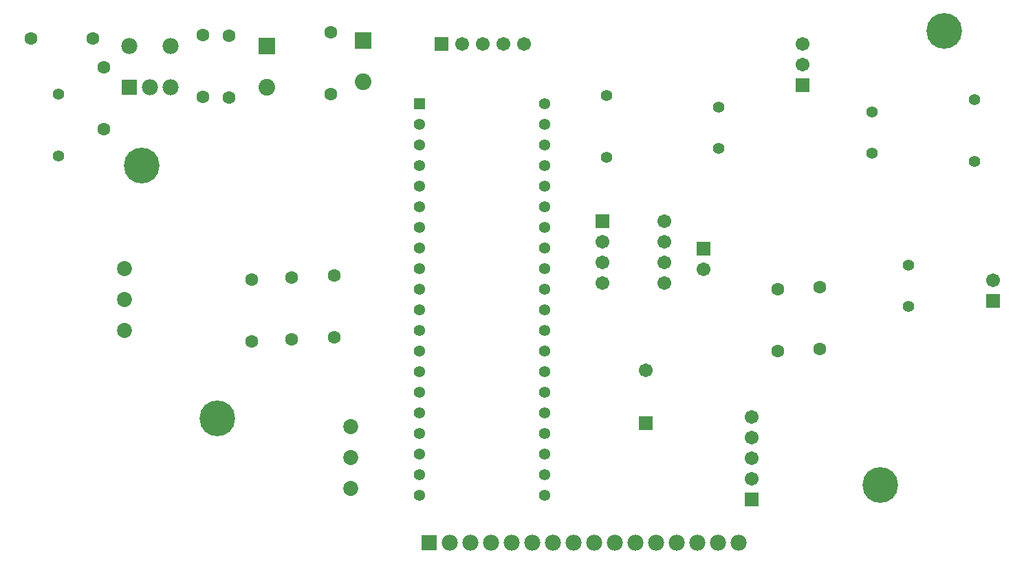
<source format=gbs>
G04*
G04 #@! TF.GenerationSoftware,Altium Limited,Altium Designer,20.0.9 (164)*
G04*
G04 Layer_Color=16711935*
%FSLAX25Y25*%
%MOIN*%
G70*
G01*
G75*
%ADD24R,0.06706X0.06706*%
%ADD26C,0.07800*%
%ADD27R,0.07800X0.07800*%
%ADD28C,0.17300*%
%ADD29C,0.05524*%
%ADD30C,0.06706*%
%ADD31R,0.06706X0.06706*%
%ADD32C,0.06312*%
%ADD33R,0.05461X0.05461*%
%ADD34C,0.05461*%
%ADD35R,0.08083X0.08083*%
%ADD36C,0.08083*%
%ADD37C,0.07300*%
D24*
X377750Y-40250D02*
D03*
X329750Y-119750D02*
D03*
X301750Y-204250D02*
D03*
X353250Y-241250D02*
D03*
X470000Y-145000D02*
D03*
D26*
X71500Y-21500D02*
D03*
X51500D02*
D03*
X71500Y-41500D02*
D03*
X61500D02*
D03*
X206750Y-262250D02*
D03*
X216750D02*
D03*
X226750D02*
D03*
X236750D02*
D03*
X246750D02*
D03*
X256750D02*
D03*
X266750D02*
D03*
X276750D02*
D03*
X286750D02*
D03*
X296750D02*
D03*
X306750D02*
D03*
X316750D02*
D03*
X326750D02*
D03*
X336750D02*
D03*
X346750D02*
D03*
D27*
X51500Y-41500D02*
D03*
X196750Y-262250D02*
D03*
D28*
X446500Y-14000D02*
D03*
X57500Y-79500D02*
D03*
X94000Y-202000D02*
D03*
X415500Y-234500D02*
D03*
D29*
X429250Y-147750D02*
D03*
Y-127750D02*
D03*
X411500Y-53500D02*
D03*
Y-73500D02*
D03*
X337000Y-51000D02*
D03*
Y-71000D02*
D03*
X461000Y-47500D02*
D03*
Y-77500D02*
D03*
X282750Y-75250D02*
D03*
Y-45250D02*
D03*
X17250Y-44750D02*
D03*
Y-74750D02*
D03*
D30*
X377750Y-30250D02*
D03*
Y-20250D02*
D03*
X242750D02*
D03*
X232750D02*
D03*
X222750D02*
D03*
X212750D02*
D03*
X280750Y-116250D02*
D03*
Y-126250D02*
D03*
Y-136250D02*
D03*
X310750Y-106250D02*
D03*
Y-116250D02*
D03*
Y-126250D02*
D03*
Y-136250D02*
D03*
X329750Y-129750D02*
D03*
X301750Y-178659D02*
D03*
X353250Y-201250D02*
D03*
Y-211250D02*
D03*
Y-221250D02*
D03*
Y-231250D02*
D03*
X470000Y-135000D02*
D03*
D31*
X202750Y-20250D02*
D03*
X280750Y-106250D02*
D03*
D32*
X39250Y-61750D02*
D03*
Y-31750D02*
D03*
X33750Y-17750D02*
D03*
X3750D02*
D03*
X87000Y-46000D02*
D03*
Y-16000D02*
D03*
X99750Y-46250D02*
D03*
Y-16250D02*
D03*
X149250Y-44750D02*
D03*
Y-14750D02*
D03*
X110750Y-164750D02*
D03*
Y-134750D02*
D03*
X365750Y-139250D02*
D03*
Y-169250D02*
D03*
X386250Y-168250D02*
D03*
Y-138250D02*
D03*
X130250Y-163750D02*
D03*
Y-133750D02*
D03*
X150750Y-162750D02*
D03*
Y-132750D02*
D03*
D33*
X192002Y-49250D02*
D03*
D34*
Y-59250D02*
D03*
Y-69250D02*
D03*
Y-79250D02*
D03*
Y-89250D02*
D03*
Y-99250D02*
D03*
Y-109250D02*
D03*
Y-119250D02*
D03*
Y-129250D02*
D03*
Y-139250D02*
D03*
Y-149250D02*
D03*
Y-159250D02*
D03*
Y-169250D02*
D03*
Y-179250D02*
D03*
Y-189250D02*
D03*
Y-199250D02*
D03*
Y-209250D02*
D03*
Y-219250D02*
D03*
Y-229250D02*
D03*
Y-239250D02*
D03*
X252750D02*
D03*
Y-229250D02*
D03*
Y-219250D02*
D03*
Y-209250D02*
D03*
Y-199250D02*
D03*
Y-189250D02*
D03*
Y-179250D02*
D03*
Y-169250D02*
D03*
Y-159250D02*
D03*
Y-149250D02*
D03*
Y-139250D02*
D03*
Y-129250D02*
D03*
Y-119250D02*
D03*
Y-109250D02*
D03*
Y-99250D02*
D03*
Y-89250D02*
D03*
Y-79250D02*
D03*
Y-69250D02*
D03*
Y-59250D02*
D03*
Y-49250D02*
D03*
D35*
X118250Y-21250D02*
D03*
X164750Y-18750D02*
D03*
D36*
X118250Y-41250D02*
D03*
X164750Y-38750D02*
D03*
D37*
X49000Y-159250D02*
D03*
Y-144250D02*
D03*
Y-129250D02*
D03*
X158750Y-206000D02*
D03*
Y-221000D02*
D03*
Y-236000D02*
D03*
M02*

</source>
